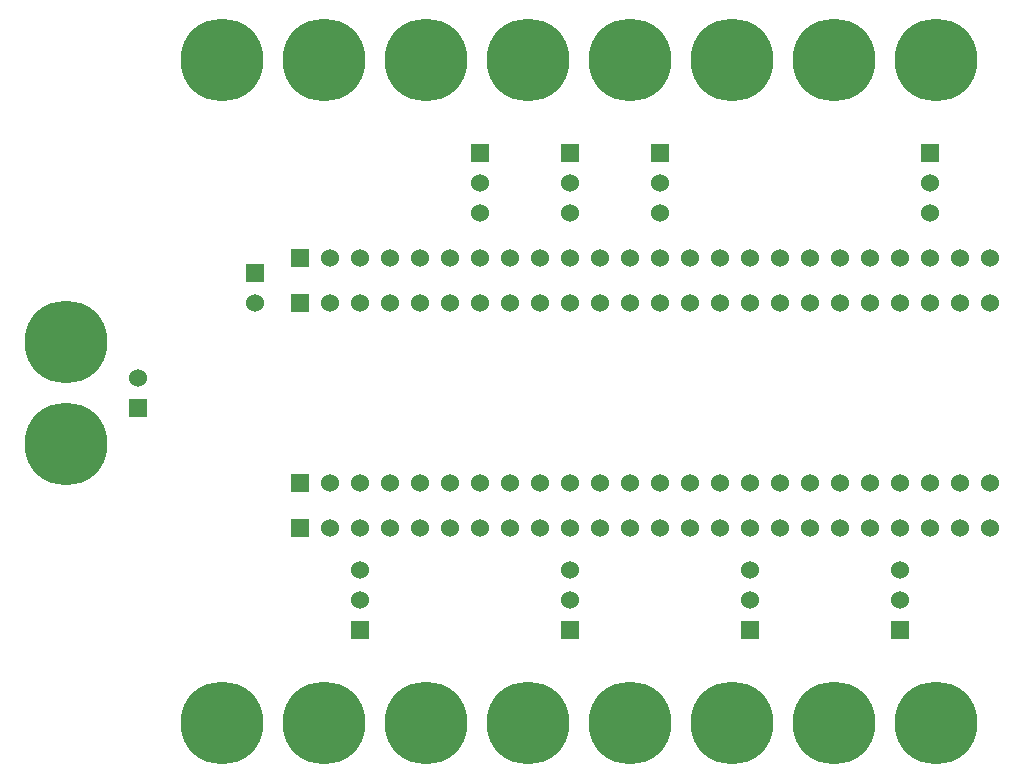
<source format=gbr>
G04 start of page 3 for group 1 idx 3 *
G04 Title: Lorcan, signal3 *
G04 Creator: pcb 4.2.2 *
G04 CreationDate: Fri Nov  6 01:19:40 2020 UTC *
G04 For: ericl *
G04 Format: Gerber/RS-274X *
G04 PCB-Dimensions (mil): 3420.00 2710.00 *
G04 PCB-Coordinate-Origin: lower left *
%MOIN*%
%FSLAX25Y25*%
%LNBOTTOM*%
%ADD26C,0.0197*%
%ADD25C,0.1417*%
%ADD24C,0.0380*%
%ADD23C,0.0669*%
%ADD22C,0.2756*%
%ADD21C,0.0600*%
%ADD20C,0.0001*%
G54D20*G36*
X102000Y108000D02*Y102000D01*
X108000D01*
Y108000D01*
X102000D01*
G37*
G54D21*X115000Y105000D03*
G54D20*G36*
X102000Y93000D02*Y87000D01*
X108000D01*
Y93000D01*
X102000D01*
G37*
G54D21*X115000Y90000D03*
G54D22*X27000Y152000D03*
G54D23*Y141567D03*
X17965Y146784D03*
Y157216D03*
X27000Y162433D03*
X36035Y146784D03*
Y157216D03*
G54D22*X27000Y118000D03*
G54D23*Y107567D03*
X17965Y112784D03*
Y123216D03*
X27000Y128433D03*
X36035Y112784D03*
Y123216D03*
G54D20*G36*
X48000Y133000D02*Y127000D01*
X54000D01*
Y133000D01*
X48000D01*
G37*
G54D21*X51000Y140000D03*
G54D22*X113000Y25000D03*
G54D23*Y14567D03*
X103965Y19784D03*
Y30216D03*
X113000Y35433D03*
X122035Y19784D03*
Y30216D03*
G54D22*X79000Y25000D03*
G54D23*Y14567D03*
X69965Y19784D03*
Y30216D03*
X79000Y35433D03*
X88035Y19784D03*
Y30216D03*
G54D22*X181000Y25000D03*
G54D23*Y14567D03*
X171965Y19784D03*
Y30216D03*
X181000Y35433D03*
X190035Y19784D03*
Y30216D03*
G54D22*X147000Y25000D03*
G54D23*Y14567D03*
X137965Y19784D03*
Y30216D03*
X147000Y35433D03*
X156035Y19784D03*
Y30216D03*
G54D21*X125000Y105000D03*
X135000D03*
X145000D03*
X125000Y90000D03*
X135000D03*
X145000D03*
X155000D03*
X165000D03*
X175000D03*
X185000D03*
X155000Y105000D03*
X165000D03*
X175000D03*
X185000D03*
X195000D03*
X205000D03*
X215000D03*
X225000D03*
X235000D03*
X245000D03*
X255000D03*
X265000D03*
X275000D03*
X285000D03*
X295000D03*
X305000D03*
X315000D03*
X325000D03*
X335000D03*
G54D20*G36*
X252000Y59000D02*Y53000D01*
X258000D01*
Y59000D01*
X252000D01*
G37*
G36*
X302000D02*Y53000D01*
X308000D01*
Y59000D01*
X302000D01*
G37*
G36*
X192000D02*Y53000D01*
X198000D01*
Y59000D01*
X192000D01*
G37*
G36*
X122000D02*Y53000D01*
X128000D01*
Y59000D01*
X122000D01*
G37*
G54D21*X255000Y66000D03*
X305000D03*
X195000D03*
X125000D03*
X255000Y76000D03*
X305000D03*
X195000D03*
X125000D03*
X195000Y90000D03*
X205000D03*
X285000D03*
X295000D03*
X305000D03*
G54D22*X249000Y25000D03*
G54D23*Y14567D03*
X239965Y19784D03*
Y30216D03*
X249000Y35433D03*
X258035Y19784D03*
Y30216D03*
G54D22*X215000Y25000D03*
G54D23*Y14567D03*
X205965Y19784D03*
Y30216D03*
X215000Y35433D03*
X224035Y19784D03*
Y30216D03*
G54D22*X317000Y25000D03*
G54D23*Y14567D03*
X307965Y19784D03*
Y30216D03*
X317000Y35433D03*
X326035Y19784D03*
Y30216D03*
G54D22*X283000Y25000D03*
G54D23*Y14567D03*
X273965Y19784D03*
Y30216D03*
X283000Y35433D03*
X292035Y19784D03*
Y30216D03*
G54D21*X215000Y90000D03*
X225000D03*
X235000D03*
X245000D03*
X255000D03*
X265000D03*
X275000D03*
X315000D03*
X325000D03*
X335000D03*
X135000Y165000D03*
X145000D03*
X155000D03*
X165000D03*
G54D20*G36*
X102000Y168000D02*Y162000D01*
X108000D01*
Y168000D01*
X102000D01*
G37*
G54D21*X115000Y165000D03*
X125000D03*
G54D20*G36*
X102000Y183000D02*Y177000D01*
X108000D01*
Y183000D01*
X102000D01*
G37*
G54D21*X115000Y180000D03*
G54D20*G36*
X87000Y178000D02*Y172000D01*
X93000D01*
Y178000D01*
X87000D01*
G37*
G54D21*X90000Y165000D03*
G54D22*X113000Y246000D03*
G54D23*Y235567D03*
X103965Y240784D03*
Y251216D03*
X113000Y256433D03*
X122035Y240784D03*
Y251216D03*
G54D22*X79000Y246000D03*
G54D23*Y235567D03*
X69965Y240784D03*
Y251216D03*
X79000Y256433D03*
X88035Y240784D03*
Y251216D03*
G54D22*X181000Y246000D03*
G54D23*Y235567D03*
X171965Y240784D03*
Y251216D03*
X181000Y256433D03*
X190035Y240784D03*
Y251216D03*
G54D22*X147000Y246000D03*
G54D23*Y235567D03*
X137965Y240784D03*
Y251216D03*
X147000Y256433D03*
X156035Y240784D03*
Y251216D03*
G54D22*X249000Y246000D03*
G54D23*Y235567D03*
X239965Y240784D03*
Y251216D03*
X249000Y256433D03*
X258035Y240784D03*
Y251216D03*
G54D22*X215000Y246000D03*
G54D23*Y235567D03*
X205965Y240784D03*
Y251216D03*
X215000Y256433D03*
X224035Y240784D03*
Y251216D03*
G54D22*X317000Y246000D03*
G54D23*Y235567D03*
X307965Y240784D03*
Y251216D03*
X317000Y256433D03*
X326035Y240784D03*
Y251216D03*
G54D22*X283000Y246000D03*
G54D23*Y235567D03*
X273965Y240784D03*
Y251216D03*
X283000Y256433D03*
X292035Y240784D03*
Y251216D03*
G54D21*X205000Y180000D03*
X215000D03*
X225000D03*
X235000D03*
X245000D03*
X255000D03*
X265000D03*
X275000D03*
X285000D03*
X295000D03*
X305000D03*
X315000D03*
X325000D03*
X185000Y165000D03*
X195000D03*
X205000D03*
X215000D03*
X225000D03*
X175000D03*
X125000Y180000D03*
X135000D03*
X145000D03*
X155000D03*
X165000D03*
X175000D03*
X185000D03*
X195000D03*
G54D20*G36*
X192000Y218000D02*Y212000D01*
X198000D01*
Y218000D01*
X192000D01*
G37*
G36*
X222000D02*Y212000D01*
X228000D01*
Y218000D01*
X222000D01*
G37*
G36*
X162000D02*Y212000D01*
X168000D01*
Y218000D01*
X162000D01*
G37*
G36*
X312000D02*Y212000D01*
X318000D01*
Y218000D01*
X312000D01*
G37*
G54D21*X195000Y205000D03*
X225000D03*
X165000D03*
X315000D03*
X195000Y195000D03*
X225000D03*
X165000D03*
X315000D03*
X235000Y165000D03*
X245000D03*
X255000D03*
X265000D03*
X275000D03*
X285000D03*
X295000D03*
X305000D03*
X315000D03*
X325000D03*
X335000D03*
Y180000D03*
G54D24*G54D25*G54D26*G54D25*G54D26*G54D24*G54D25*G54D26*G54D25*G54D26*G54D25*G54D26*G54D25*G54D26*G54D24*G54D25*G54D26*G54D25*G54D26*G54D25*G54D26*G54D25*G54D26*G54D24*G54D25*G54D26*G54D25*G54D26*G54D25*G54D26*G54D25*G54D26*G54D25*G54D26*G54D25*G54D26*G54D25*G54D26*G54D25*G54D26*G54D24*M02*

</source>
